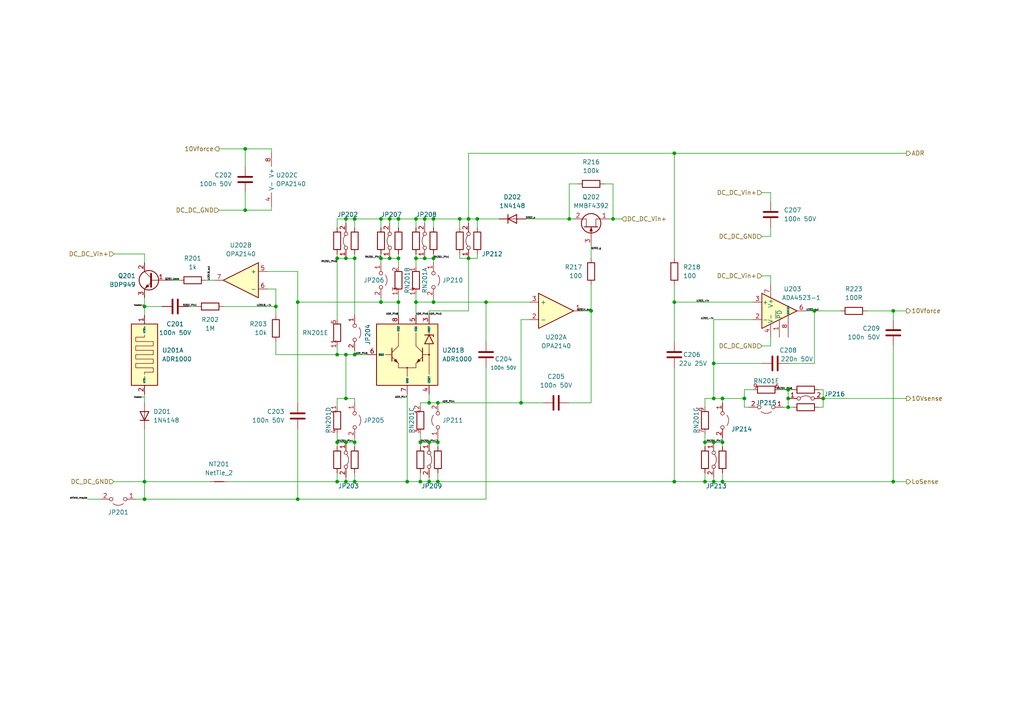
<source format=kicad_sch>
(kicad_sch (version 20211123) (generator eeschema)
  (paper "A4")
  (title_block (title "Reference and 10V buffer circuit") (date "2022-02-02") (rev "0.2") (company "RPG") (comment 1 "All resistors 0.1% MF unless otherwise noted") (comment 2 "All capacitors X7R MLCC unless otherwise noted"))
  (lib_symbols
    (symbol "ADR1000_1"
      (property "Reference" "U" (at -8.255 -10.795 0))
      (property "Value" "ADR1000_1" (at -8.89 9.525 0))
      (symbol "ADR1000_1_1_1"
        (rectangle (start -3.81 8.89) (end 3.81 -8.89) (stroke (width 0.254)) (fill (type background)))
        (polyline (pts (xy 0 5.715) (xy 0 5.08) (xy -2.54 5.08) (xy -2.54 3.81) (xy 2.54 3.81) (xy 2.54 2.54) (xy -2.54 2.54) (xy -2.54 1.27) (xy 2.54 1.27) (xy 2.54 0) (xy -2.54 0) (xy -2.54 -1.27) (xy 2.54 -1.27) (xy 2.54 -2.54) (xy -2.54 -2.54) (xy -2.54 -3.81) (xy 2.54 -3.81) (xy 2.54 -5.08) (xy 0 -5.08) (xy 0 -5.715)))
        (pin passive line (at 0 11.43 270) (length 2.54) (name "HTR+") (number "1"))
        (pin passive line (at 0 -11.43 90) (length 2.54) (name "HTR-") (number "2"))
      )
      (symbol "ADR1000_1_2_1"
        (rectangle (start -8.89 8.89) (end 8.89 -8.89) (stroke (width 0.254)) (fill (type background)))
        (circle (center 0 -3.81) (radius 0.0001) (stroke (width 0.508)) (fill (type outline)))
        (polyline (pts (xy -4.445 0) (xy -6.35 0)))
        (polyline (pts (xy -4.445 0.635) (xy -2.54 2.54)))
        (polyline (pts (xy -2.54 -3.81) (xy 2.54 -3.81)))
        (polyline (pts (xy -2.54 -2.54) (xy -2.54 -3.81)))
        (polyline (pts (xy -2.54 2.54) (xy -2.54 6.35)))
        (polyline (pts (xy 0 -3.81) (xy 0 -6.35)))
        (polyline (pts (xy 2.54 -3.81) (xy 2.54 -2.54)))
        (polyline (pts (xy 2.54 2.54) (xy 2.54 6.35)))
        (polyline (pts (xy 4.445 0.635) (xy 2.54 2.54)))
        (polyline (pts (xy 6.35 0) (xy 4.445 0)))
        (polyline (pts (xy 6.35 3.175) (xy 6.35 -5.715)))
        (polyline (pts (xy 6.35 5.715) (xy 6.35 6.35)))
        (polyline (pts (xy -4.445 -0.635) (xy -2.54 -2.54) (xy -2.54 -2.54)))
        (polyline (pts (xy -4.445 1.905) (xy -4.445 -1.905) (xy -4.445 -1.905)) (stroke (width 0.254)))
        (polyline (pts (xy 4.445 -0.635) (xy 2.54 -2.54) (xy 2.54 -2.54)))
        (polyline (pts (xy 4.445 1.905) (xy 4.445 -1.905) (xy 4.445 -1.905)) (stroke (width 0.254)))
        (polyline (pts (xy 5.08 5.715) (xy 7.62 5.715) (xy 7.62 5.207)) (stroke (width 0.254)))
        (polyline (pts (xy 5.08 3.175) (xy 7.62 3.175) (xy 6.35 5.715) (xy 5.08 3.175)) (stroke (width 0.254)))
        (polyline (pts (xy -3.81 -1.778) (xy -3.302 -1.27) (xy -2.794 -2.286) (xy -3.81 -1.778) (xy -3.81 -1.778)) (fill (type outline)))
        (polyline (pts (xy 3.81 -1.778) (xy 3.302 -1.27) (xy 2.794 -2.286) (xy 3.81 -1.778) (xy 3.81 -1.778)) (fill (type outline)))
        (circle (center 6.35 0) (radius 0.0001) (stroke (width 0.508)) (fill (type outline)))
        (pin passive line (at 6.35 11.43 270) (length 2.54) (name "VREF") (number "3"))
        (pin passive line (at 6.35 -11.43 90) (length 2.54) (name "IZSET") (number "4"))
        (pin passive line (at 2.54 11.43 270) (length 2.54) (name "CQ1") (number "5"))
        (pin passive line (at -11.43 0 0) (length 2.54) (name "BQ2") (number "6"))
        (pin passive line (at 0 -11.43 90) (length 2.54) (name "GND") (number "7"))
        (pin passive line (at -2.54 11.43 270) (length 2.54) (name "CQ2") (number "8"))
      )
    )
    (symbol "ADRmu_Library:322146" (pin_names (offset 0) hide)
      (property "Reference" "RN" (at 2.032 0 90))
      (property "Value" "322146" (at 0 0 90))
      (symbol "322146_0_1"
        (rectangle (start 1.016 2.54) (end -1.016 -2.54) (stroke (width 0.254)))
      )
      (symbol "322146_1_1"
        (pin passive line (at 0 3.81 270) (length 1.27) (name "R2.1") (number "1"))
        (pin passive line (at 0 -3.81 90) (length 1.27) (name "R1.2") (number "14"))
      )
      (symbol "322146_2_1"
        (pin passive line (at 0 -3.81 90) (length 1.27) (name "R2.2") (number "13"))
        (pin passive line (at 0 3.81 270) (length 1.27) (name "R2.1") (number "2"))
      )
      (symbol "322146_3_1"
        (pin passive line (at 0 -3.81 90) (length 1.27) (name "R3.2") (number "12"))
        (pin passive line (at 0 3.81 270) (length 1.27) (name "R3.1") (number "3"))
      )
      (symbol "322146_4_1"
        (pin passive line (at 0 -3.81 90) (length 1.27) (name "R4.2") (number "11"))
        (pin passive line (at 0 3.81 270) (length 1.27) (name "R4.1") (number "4"))
      )
      (symbol "322146_5_1"
        (pin passive line (at 0 -3.81 90) (length 1.27) (name "R5.2") (number "11"))
        (pin passive line (at 0 3.81 270) (length 1.27) (name "R5.1") (number "5"))
      )
      (symbol "322146_6_1"
        (pin passive line (at 0 3.81 270) (length 1.27) (name "R6.1") (number "6"))
        (pin passive line (at 0 -3.81 90) (length 1.27) (name "R6.2") (number "9"))
      )
      (symbol "322146_7_1"
        (pin passive line (at 0 3.81 270) (length 1.27) (name "R7.1") (number "7"))
        (pin passive line (at 0 -3.81 90) (length 1.27) (name "R7.2") (number "9"))
      )
    )
    (symbol "ADRmu_Library:ADA4523-1" (pin_names (offset 0.127))
      (property "Reference" "U" (at 3.81 3.81 0))
      (property "Value" "ADA4523-1" (at 11.43 -2.54 0))
      (symbol "ADA4523-1_1_1"
        (polyline (pts (xy -5.08 5.08) (xy 5.08 0) (xy -5.08 -5.08) (xy -5.08 5.08)) (stroke (width 0.254)) (fill (type background)))
        (pin input line (at 0 -7.62 90) (length 5.08) (name "~{PD}") (number "1"))
        (pin input line (at -7.62 -2.54 0) (length 2.54) (name "-") (number "2"))
        (pin input line (at -7.62 2.54 0) (length 2.54) (name "+") (number "3"))
        (pin power_in line (at -2.54 -7.62 90) (length 3.81) (name "V-") (number "4"))
        (pin output line (at 7.62 0 180) (length 2.54) (name "~") (number "6"))
        (pin power_in line (at -2.54 7.62 270) (length 3.81) (name "V+") (number "7"))
        (pin passive line (at 2.54 -7.62 90) (length 6.35) (name "SDCOM") (number "8"))
      )
    )
    (symbol "ADRmu_Library:ADR1000"
      (property "Reference" "U" (at -8.255 -10.795 0))
      (property "Value" "ADR1000" (at -8.89 9.525 0))
      (symbol "ADR1000_1_1"
        (rectangle (start -3.81 8.89) (end 3.81 -8.89) (stroke (width 0.254)) (fill (type background)))
        (polyline (pts (xy 0 5.715) (xy 0 5.08) (xy -2.54 5.08) (xy -2.54 3.81) (xy 2.54 3.81) (xy 2.54 2.54) (xy -2.54 2.54) (xy -2.54 1.27) (xy 2.54 1.27) (xy 2.54 0) (xy -2.54 0) (xy -2.54 -1.27) (xy 2.54 -1.27) (xy 2.54 -2.54) (xy -2.54 -2.54) (xy -2.54 -3.81) (xy 2.54 -3.81) (xy 2.54 -5.08) (xy 0 -5.08) (xy 0 -5.715)))
        (pin passive line (at 0 11.43 270) (length 2.54) (name "HTR+") (number "1"))
        (pin passive line (at 0 -11.43 90) (length 2.54) (name "HTR-") (number "2"))
      )
      (symbol "ADR1000_2_1"
        (rectangle (start -8.89 8.89) (end 8.89 -8.89) (stroke (width 0.254)) (fill (type background)))
        (circle (center 0 -3.81) (radius 0.0001) (stroke (width 0.508)) (fill (type outline)))
        (polyline (pts (xy -4.445 0) (xy -6.35 0)))
        (polyline (pts (xy -4.445 0.635) (xy -2.54 2.54)))
        (polyline (pts (xy -2.54 -3.81) (xy 2.54 -3.81)))
        (polyline (pts (xy -2.54 -2.54) (xy -2.54 -3.81)))
        (polyline (pts (xy -2.54 2.54) (xy -2.54 6.35)))
        (polyline (pts (xy 0 -3.81) (xy 0 -6.35)))
        (polyline (pts (xy 2.54 -3.81) (xy 2.54 -2.54)))
        (polyline (pts (xy 2.54 2.54) (xy 2.54 6.35)))
        (polyline (pts (xy 4.445 0.635) (xy 2.54 2.54)))
        (polyline (pts (xy 6.35 0) (xy 4.445 0)))
        (polyline (pts (xy 6.35 3.175) (xy 6.35 -5.715)))
        (polyline (pts (xy 6.35 5.715) (xy 6.35 6.35)))
        (polyline (pts (xy -4.445 -0.635) (xy -2.54 -2.54) (xy -2.54 -2.54)))
        (polyline (pts (xy -4.445 1.905) (xy -4.445 -1.905) (xy -4.445 -1.905)) (stroke (width 0.254)))
        (polyline (pts (xy 4.445 -0.635) (xy 2.54 -2.54) (xy 2.54 -2.54)))
        (polyline (pts (xy 4.445 1.905) (xy 4.445 -1.905) (xy 4.445 -1.905)) (stroke (width 0.254)))
        (polyline (pts (xy 5.08 5.715) (xy 7.62 5.715) (xy 7.62 5.207)) (stroke (width 0.254)))
        (polyline (pts (xy 5.08 3.175) (xy 7.62 3.175) (xy 6.35 5.715) (xy 5.08 3.175)) (stroke (width 0.254)))
        (polyline (pts (xy -3.81 -1.778) (xy -3.302 -1.27) (xy -2.794 -2.286) (xy -3.81 -1.778) (xy -3.81 -1.778)) (fill (type outline)))
        (polyline (pts (xy 3.81 -1.778) (xy 3.302 -1.27) (xy 2.794 -2.286) (xy 3.81 -1.778) (xy 3.81 -1.778)) (fill (type outline)))
        (circle (center 6.35 0) (radius 0.0001) (stroke (width 0.508)) (fill (type outline)))
        (pin passive line (at 6.35 11.43 270) (length 2.54) (name "VREF") (number "3"))
        (pin passive line (at 6.35 -11.43 90) (length 2.54) (name "IZSET") (number "4"))
        (pin passive line (at 2.54 11.43 270) (length 2.54) (name "CQ1") (number "5"))
        (pin passive line (at -11.43 0 0) (length 2.54) (name "BQ2") (number "6"))
        (pin passive line (at 0 -11.43 90) (length 2.54) (name "GND") (number "7"))
        (pin passive line (at -2.54 11.43 270) (length 2.54) (name "CQ2") (number "8"))
      )
    )
    (symbol "Device:C" (pin_numbers hide) (pin_names (offset 0.254))
      (property "Reference" "C" (at 0.635 2.54 0))
      (property "Value" "C" (at 0.635 -2.54 0))
      (symbol "C_0_1"
        (polyline (pts (xy -2.032 -0.762) (xy 2.032 -0.762)) (stroke (width 0.508)))
        (polyline (pts (xy -2.032 0.762) (xy 2.032 0.762)) (stroke (width 0.508)))
      )
      (symbol "C_1_1"
        (pin passive line (at 0 3.81 270) (length 2.794) (name "~") (number "1"))
        (pin passive line (at 0 -3.81 90) (length 2.794) (name "~") (number "2"))
      )
    )
    (symbol "Device:D" (pin_numbers hide) (pin_names (offset 1.016) hide)
      (property "Reference" "D" (at 0 2.54 0))
      (property "Value" "D" (at 0 -2.54 0))
      (symbol "D_0_1"
        (polyline (pts (xy -1.27 1.27) (xy -1.27 -1.27)) (stroke (width 0.254)))
        (polyline (pts (xy 1.27 0) (xy -1.27 0)))
        (polyline (pts (xy 1.27 1.27) (xy 1.27 -1.27) (xy -1.27 0) (xy 1.27 1.27)) (stroke (width 0.254)))
      )
      (symbol "D_1_1"
        (pin passive line (at -3.81 0 0) (length 2.54) (name "K") (number "1"))
        (pin passive line (at 3.81 0 180) (length 2.54) (name "A") (number "2"))
      )
    )
    (symbol "Device:NetTie_2" (pin_numbers hide) (pin_names (offset 0) hide)
      (property "Reference" "NT" (at 0 1.27 0))
      (property "Value" "NetTie_2" (at 0 -1.27 0))
      (symbol "NetTie_2_0_1"
        (polyline (pts (xy -1.27 0) (xy 1.27 0)) (stroke (width 0.254)))
      )
      (symbol "NetTie_2_1_1"
        (pin passive line (at -2.54 0 0) (length 2.54) (name "1") (number "1"))
        (pin passive line (at 2.54 0 180) (length 2.54) (name "2") (number "2"))
      )
    )
    (symbol "Device:Opamp_Dual"
      (property "Reference" "U" (at 0 5.08 0))
      (property "Value" "Opamp_Dual" (at 0 -5.08 0))
      (symbol "Opamp_Dual_1_1"
        (polyline (pts (xy -5.08 5.08) (xy 5.08 0) (xy -5.08 -5.08) (xy -5.08 5.08)) (stroke (width 0.254)) (fill (type background)))
        (pin output line (at 7.62 0 180) (length 2.54) (name "~") (number "1"))
        (pin input line (at -7.62 -2.54 0) (length 2.54) (name "-") (number "2"))
        (pin input line (at -7.62 2.54 0) (length 2.54) (name "+") (number "3"))
      )
      (symbol "Opamp_Dual_2_1"
        (polyline (pts (xy -5.08 5.08) (xy 5.08 0) (xy -5.08 -5.08) (xy -5.08 5.08)) (stroke (width 0.254)) (fill (type background)))
        (pin input line (at -7.62 2.54 0) (length 2.54) (name "+") (number "5"))
        (pin input line (at -7.62 -2.54 0) (length 2.54) (name "-") (number "6"))
        (pin output line (at 7.62 0 180) (length 2.54) (name "~") (number "7"))
      )
      (symbol "Opamp_Dual_3_1"
        (pin power_in line (at -2.54 -7.62 90) (length 3.81) (name "V-") (number "4"))
        (pin power_in line (at -2.54 7.62 270) (length 3.81) (name "V+") (number "8"))
      )
    )
    (symbol "Device:Q_NPN_BCE" (pin_names (offset 0) hide)
      (property "Reference" "Q" (at 5.08 1.27 0))
      (property "Value" "Q_NPN_BCE" (at 5.08 -1.27 0))
      (symbol "Q_NPN_BCE_0_1"
        (polyline (pts (xy 0.635 0.635) (xy 2.54 2.54)))
        (polyline (pts (xy 0.635 -0.635) (xy 2.54 -2.54) (xy 2.54 -2.54)))
        (polyline (pts (xy 0.635 1.905) (xy 0.635 -1.905) (xy 0.635 -1.905)) (stroke (width 0.508)))
        (polyline (pts (xy 1.27 -1.778) (xy 1.778 -1.27) (xy 2.286 -2.286) (xy 1.27 -1.778) (xy 1.27 -1.778)) (fill (type outline)))
        (circle (center 1.27 0) (radius 2.8194) (stroke (width 0.254)))
      )
      (symbol "Q_NPN_BCE_1_1"
        (pin input line (at -5.08 0 0) (length 5.715) (name "B") (number "1"))
        (pin passive line (at 2.54 5.08 270) (length 2.54) (name "C") (number "2"))
        (pin passive line (at 2.54 -5.08 90) (length 2.54) (name "E") (number "3"))
      )
    )
    (symbol "Device:R" (pin_numbers hide) (pin_names (offset 0))
      (property "Reference" "R" (at 2.032 0 90))
      (property "Value" "R" (at 0 0 90))
      (symbol "R_0_1"
        (rectangle (start -1.016 -2.54) (end 1.016 2.54) (stroke (width 0.254)))
      )
      (symbol "R_1_1"
        (pin passive line (at 0 3.81 270) (length 1.27) (name "~") (number "1"))
        (pin passive line (at 0 -3.81 90) (length 1.27) (name "~") (number "2"))
      )
    )
    (symbol "Jumper:Jumper_2_Bridged" (pin_names (offset 0) hide)
      (property "Reference" "JP" (at 0 1.905 0))
      (property "Value" "Jumper_2_Bridged" (at 0 -2.54 0))
      (symbol "Jumper_2_Bridged_0_0"
        (circle (center -2.032 0) (radius 0.508))
        (circle (center 2.032 0) (radius 0.508))
      )
      (symbol "Jumper_2_Bridged_0_1"
        (arc (start 1.524 0.254) (mid 0 0.762) (end -1.524 0.254))
      )
      (symbol "Jumper_2_Bridged_1_1"
        (pin passive line (at -5.08 0 0) (length 2.54) (name "A") (number "1"))
        (pin passive line (at 5.08 0 180) (length 2.54) (name "B") (number "2"))
      )
    )
    (symbol "Jumper:Jumper_2_Open" (pin_names (offset 0) hide)
      (property "Reference" "JP" (at 0 2.794 0))
      (property "Value" "Jumper_2_Open" (at 0 -2.286 0))
      (symbol "Jumper_2_Open_0_0"
        (circle (center -2.032 0) (radius 0.508))
        (circle (center 2.032 0) (radius 0.508))
      )
      (symbol "Jumper_2_Open_0_1"
        (arc (start 1.524 1.27) (mid 0 1.778) (end -1.524 1.27))
      )
      (symbol "Jumper_2_Open_1_1"
        (pin passive line (at -5.08 0 0) (length 2.54) (name "A") (number "1"))
        (pin passive line (at 5.08 0 180) (length 2.54) (name "B") (number "2"))
      )
    )
    (symbol "Transistor_FET:MMBF4392" (pin_names hide)
      (property "Reference" "Q" (at 5.08 1.905 0))
      (property "Value" "MMBF4392" (at 5.08 0 0))
      (symbol "MMBF4392_0_1"
        (polyline (pts (xy 0.254 0) (xy -2.54 0)))
        (polyline (pts (xy 0.254 1.905) (xy 0.254 -1.905)) (stroke (width 0.254)))
        (polyline (pts (xy 2.54 -2.54) (xy 2.54 -1.397) (xy 0.254 -1.397)))
        (polyline (pts (xy 2.54 2.54) (xy 2.54 1.397) (xy 0.254 1.397)))
        (polyline (pts (xy 0 0) (xy -1.016 0.381) (xy -1.016 -0.381) (xy 0 0)) (fill (type outline)))
        (circle (center 1.27 0) (radius 2.8194) (stroke (width 0.254)))
      )
      (symbol "MMBF4392_1_1"
        (pin passive line (at 2.54 5.08 270) (length 2.54) (name "D") (number "1"))
        (pin passive line (at 2.54 -5.08 90) (length 2.54) (name "S") (number "2"))
        (pin input line (at -5.08 0 0) (length 2.54) (name "G") (number "3"))
      )
    )
  )
  (junction (at 207.01 105.41))
  (junction (at 195.58 87.63))
  (junction (at 100.33 63.5))
  (junction (at 115.57 74.93))
  (junction (at 100.33 74.93))
  (junction (at 113.03 74.93))
  (junction (at 97.79 102.87))
  (junction (at 209.55 139.7))
  (junction (at 124.46 128.27))
  (junction (at 100.33 102.87))
  (junction (at 151.13 116.84))
  (junction (at 115.57 87.63))
  (junction (at 140.97 87.63))
  (junction (at 215.9 115.57))
  (junction (at 113.03 63.5))
  (junction (at 195.58 44.45))
  (junction (at 118.11 139.7))
  (junction (at 102.87 128.27))
  (junction (at 102.87 74.93))
  (junction (at 110.49 87.63))
  (junction (at 228.6 115.57))
  (junction (at 133.35 63.5))
  (junction (at 41.91 144.78))
  (junction (at 120.65 63.5))
  (junction (at 135.89 74.93))
  (junction (at 115.57 63.5))
  (junction (at 171.45 90.17))
  (junction (at 123.19 63.5))
  (junction (at 177.8 63.5))
  (junction (at 135.89 63.5))
  (junction (at 238.76 115.57))
  (junction (at 207.01 128.27))
  (junction (at 125.73 74.93))
  (junction (at 100.33 115.57))
  (junction (at 204.47 128.27))
  (junction (at 125.73 63.5))
  (junction (at 165.1 63.5))
  (junction (at 125.73 87.63))
  (junction (at 100.33 139.7))
  (junction (at 228.6 118.11))
  (junction (at 110.49 74.93))
  (junction (at 71.12 60.96))
  (junction (at 236.22 90.17))
  (junction (at 86.36 144.78))
  (junction (at 127 116.84))
  (junction (at 124.46 116.84))
  (junction (at 204.47 139.7))
  (junction (at 138.43 63.5))
  (junction (at 120.65 74.93))
  (junction (at 41.91 139.7))
  (junction (at 71.12 43.18))
  (junction (at 97.79 128.27))
  (junction (at 102.87 139.7))
  (junction (at 209.55 115.57))
  (junction (at 102.87 63.5))
  (junction (at 121.92 139.7))
  (junction (at 102.87 102.87))
  (junction (at 123.19 74.93))
  (junction (at 97.79 139.7))
  (junction (at 259.08 90.17))
  (junction (at 207.01 139.7))
  (junction (at 124.46 139.7))
  (junction (at 228.6 113.03))
  (junction (at 121.92 128.27))
  (junction (at 195.58 139.7))
  (junction (at 41.91 88.9))
  (junction (at 120.65 87.63))
  (junction (at 207.01 115.57))
  (junction (at 127 128.27))
  (junction (at 97.79 74.93))
  (junction (at 110.49 63.5))
  (junction (at 80.01 88.9))
  (junction (at 127 139.7))
  (junction (at 259.08 139.7))
  (junction (at 86.36 87.63))
  (junction (at 209.55 128.27))
  (junction (at 100.33 128.27))
  (wire (pts (xy 223.52 97.79) (xy 223.52 100.33)))
  (wire (pts (xy 102.87 101.6) (xy 102.87 102.87)))
  (wire (pts (xy 177.8 53.34) (xy 177.8 63.5)))
  (wire (pts (xy 127 128.27) (xy 124.46 128.27)))
  (wire (pts (xy 165.1 116.84) (xy 171.45 116.84)))
  (wire (pts (xy 228.6 118.11) (xy 229.87 118.11)))
  (wire (pts (xy 110.49 74.93) (xy 110.49 76.2)))
  (wire (pts (xy 100.33 102.87) (xy 102.87 102.87)))
  (wire (pts (xy 140.97 87.63) (xy 140.97 99.06)))
  (wire (pts (xy 133.35 63.5) (xy 133.35 66.04)))
  (wire (pts (xy 238.76 115.57) (xy 238.76 118.11)))
  (wire (pts (xy 209.55 127) (xy 209.55 128.27)))
  (wire (pts (xy 125.73 74.93) (xy 125.73 73.66)))
  (wire (pts (xy 140.97 106.68) (xy 140.97 144.78)))
  (wire (pts (xy 41.91 124.46) (xy 41.91 139.7)))
  (wire (pts (xy 238.76 113.03) (xy 238.76 115.57)))
  (wire (pts (xy 151.13 92.71) (xy 151.13 116.84)))
  (wire (pts (xy 80.01 99.06) (xy 80.01 102.87)))
  (wire (pts (xy 124.46 114.3) (xy 124.46 116.84)))
  (wire (pts (xy 102.87 74.93) (xy 102.87 73.66)))
  (wire (pts (xy 110.49 63.5) (xy 113.03 63.5)))
  (wire (pts (xy 100.33 138.43) (xy 100.33 139.7)))
  (wire (pts (xy 54.61 88.9) (xy 57.15 88.9)))
  (wire (pts (xy 127 127) (xy 127 128.27)))
  (wire (pts (xy 100.33 102.87) (xy 100.33 115.57)))
  (wire (pts (xy 100.33 63.5) (xy 100.33 64.77)))
  (wire (pts (xy 133.35 63.5) (xy 135.89 63.5)))
  (wire (pts (xy 123.19 63.5) (xy 125.73 63.5)))
  (wire (pts (xy 102.87 74.93) (xy 102.87 91.44)))
  (wire (pts (xy 49.53 81.28) (xy 52.07 81.28)))
  (wire (pts (xy 124.46 116.84) (xy 127 116.84)))
  (wire (pts (xy 204.47 128.27) (xy 204.47 129.54)))
  (wire (pts (xy 152.4 63.5) (xy 165.1 63.5)))
  (wire (pts (xy 41.91 88.9) (xy 46.99 88.9)))
  (wire (pts (xy 125.73 74.93) (xy 125.73 76.2)))
  (wire (pts (xy 207.01 139.7) (xy 209.55 139.7)))
  (wire (pts (xy 115.57 85.09) (xy 115.57 87.63)))
  (wire (pts (xy 207.01 105.41) (xy 220.98 105.41)))
  (wire (pts (xy 207.01 115.57) (xy 204.47 115.57)))
  (wire (pts (xy 177.8 63.5) (xy 180.34 63.5)))
  (wire (pts (xy 209.55 128.27) (xy 207.01 128.27)))
  (wire (pts (xy 39.37 144.78) (xy 41.91 144.78)))
  (wire (pts (xy 97.79 63.5) (xy 100.33 63.5)))
  (wire (pts (xy 236.22 90.17) (xy 243.84 90.17)))
  (wire (pts (xy 227.33 118.11) (xy 228.6 118.11)))
  (wire (pts (xy 209.55 139.7) (xy 259.08 139.7)))
  (wire (pts (xy 97.79 118.11) (xy 97.79 115.57)))
  (wire (pts (xy 115.57 87.63) (xy 115.57 91.44)))
  (wire (pts (xy 135.89 63.5) (xy 135.89 64.77)))
  (wire (pts (xy 120.65 63.5) (xy 123.19 63.5)))
  (wire (pts (xy 236.22 105.41) (xy 236.22 90.17)))
  (wire (pts (xy 80.01 88.9) (xy 80.01 91.44)))
  (wire (pts (xy 86.36 87.63) (xy 110.49 87.63)))
  (wire (pts (xy 228.6 113.03) (xy 228.6 115.57)))
  (wire (pts (xy 259.08 139.7) (xy 262.89 139.7)))
  (wire (pts (xy 100.33 128.27) (xy 102.87 128.27)))
  (wire (pts (xy 251.46 90.17) (xy 259.08 90.17)))
  (wire (pts (xy 238.76 115.57) (xy 262.89 115.57)))
  (wire (pts (xy 171.45 82.55) (xy 171.45 90.17)))
  (wire (pts (xy 165.1 63.5) (xy 165.1 53.34)))
  (wire (pts (xy 215.9 115.57) (xy 215.9 113.03)))
  (wire (pts (xy 80.01 83.82) (xy 77.47 83.82)))
  (wire (pts (xy 218.44 92.71) (xy 207.01 92.71)))
  (wire (pts (xy 228.6 105.41) (xy 236.22 105.41)))
  (wire (pts (xy 135.89 74.93) (xy 138.43 74.93)))
  (wire (pts (xy 120.65 85.09) (xy 120.65 87.63)))
  (wire (pts (xy 33.02 139.7) (xy 41.91 139.7)))
  (wire (pts (xy 204.47 139.7) (xy 207.01 139.7)))
  (wire (pts (xy 102.87 127) (xy 102.87 128.27)))
  (wire (pts (xy 195.58 44.45) (xy 195.58 74.93)))
  (wire (pts (xy 102.87 137.16) (xy 102.87 139.7)))
  (wire (pts (xy 223.52 66.04) (xy 223.52 68.58)))
  (wire (pts (xy 209.55 115.57) (xy 209.55 116.84)))
  (wire (pts (xy 153.67 92.71) (xy 151.13 92.71)))
  (wire (pts (xy 66.04 139.7) (xy 97.79 139.7)))
  (wire (pts (xy 102.87 115.57) (xy 102.87 116.84)))
  (wire (pts (xy 195.58 139.7) (xy 204.47 139.7)))
  (wire (pts (xy 120.65 87.63) (xy 125.73 87.63)))
  (wire (pts (xy 226.06 113.03) (xy 228.6 113.03)))
  (wire (pts (xy 97.79 74.93) (xy 100.33 74.93)))
  (wire (pts (xy 86.36 87.63) (xy 86.36 116.84)))
  (wire (pts (xy 41.91 139.7) (xy 60.96 139.7)))
  (wire (pts (xy 195.58 106.68) (xy 195.58 139.7)))
  (wire (pts (xy 204.47 125.73) (xy 204.47 128.27)))
  (wire (pts (xy 121.92 137.16) (xy 121.92 139.7)))
  (wire (pts (xy 127 139.7) (xy 195.58 139.7)))
  (wire (pts (xy 102.87 128.27) (xy 102.87 129.54)))
  (wire (pts (xy 165.1 63.5) (xy 166.37 63.5)))
  (wire (pts (xy 97.79 128.27) (xy 100.33 128.27)))
  (wire (pts (xy 165.1 53.34) (xy 167.64 53.34)))
  (wire (pts (xy 123.19 63.5) (xy 123.19 64.77)))
  (wire (pts (xy 220.98 55.88) (xy 223.52 55.88)))
  (wire (pts (xy 195.58 99.06) (xy 195.58 87.63)))
  (wire (pts (xy 233.68 90.17) (xy 236.22 90.17)))
  (wire (pts (xy 120.65 73.66) (xy 120.65 74.93)))
  (wire (pts (xy 138.43 63.5) (xy 138.43 66.04)))
  (wire (pts (xy 125.73 63.5) (xy 133.35 63.5)))
  (wire (pts (xy 78.74 43.18) (xy 78.74 44.45)))
  (wire (pts (xy 97.79 102.87) (xy 100.33 102.87)))
  (wire (pts (xy 171.45 116.84) (xy 171.45 90.17)))
  (wire (pts (xy 71.12 43.18) (xy 78.74 43.18)))
  (wire (pts (xy 97.79 100.33) (xy 97.79 102.87)))
  (wire (pts (xy 120.65 63.5) (xy 120.65 66.04)))
  (wire (pts (xy 120.65 87.63) (xy 120.65 91.44)))
  (wire (pts (xy 41.91 73.66) (xy 41.91 76.2)))
  (wire (pts (xy 121.92 139.7) (xy 124.46 139.7)))
  (wire (pts (xy 97.79 139.7) (xy 100.33 139.7)))
  (wire (pts (xy 229.87 113.03) (xy 228.6 113.03)))
  (wire (pts (xy 97.79 73.66) (xy 97.79 74.93)))
  (wire (pts (xy 138.43 63.5) (xy 144.78 63.5)))
  (wire (pts (xy 100.33 63.5) (xy 102.87 63.5)))
  (wire (pts (xy 97.79 129.54) (xy 97.79 128.27)))
  (wire (pts (xy 41.91 88.9) (xy 41.91 91.44)))
  (wire (pts (xy 223.52 55.88) (xy 223.52 58.42)))
  (wire (pts (xy 124.46 128.27) (xy 121.92 128.27)))
  (wire (pts (xy 124.46 139.7) (xy 127 139.7)))
  (wire (pts (xy 209.55 129.54) (xy 209.55 128.27)))
  (wire (pts (xy 121.92 116.84) (xy 124.46 116.84)))
  (wire (pts (xy 115.57 74.93) (xy 115.57 77.47)))
  (wire (pts (xy 215.9 113.03) (xy 218.44 113.03)))
  (wire (pts (xy 41.91 86.36) (xy 41.91 88.9)))
  (wire (pts (xy 171.45 71.12) (xy 171.45 74.93)))
  (wire (pts (xy 259.08 90.17) (xy 262.89 90.17)))
  (wire (pts (xy 207.01 128.27) (xy 204.47 128.27)))
  (wire (pts (xy 195.58 44.45) (xy 262.89 44.45)))
  (wire (pts (xy 259.08 100.33) (xy 259.08 139.7)))
  (wire (pts (xy 175.26 53.34) (xy 177.8 53.34)))
  (wire (pts (xy 220.98 68.58) (xy 223.52 68.58)))
  (wire (pts (xy 59.69 81.28) (xy 62.23 81.28)))
  (wire (pts (xy 86.36 124.46) (xy 86.36 144.78)))
  (wire (pts (xy 71.12 60.96) (xy 78.74 60.96)))
  (wire (pts (xy 115.57 63.5) (xy 120.65 63.5)))
  (wire (pts (xy 110.49 73.66) (xy 110.49 74.93)))
  (wire (pts (xy 115.57 63.5) (xy 115.57 66.04)))
  (wire (pts (xy 118.11 139.7) (xy 121.92 139.7)))
  (wire (pts (xy 151.13 116.84) (xy 157.48 116.84)))
  (wire (pts (xy 121.92 116.84) (xy 121.92 118.11)))
  (wire (pts (xy 102.87 63.5) (xy 110.49 63.5)))
  (wire (pts (xy 80.01 102.87) (xy 97.79 102.87)))
  (wire (pts (xy 259.08 90.17) (xy 259.08 92.71)))
  (wire (pts (xy 133.35 73.66) (xy 133.35 74.93)))
  (wire (pts (xy 86.36 144.78) (xy 140.97 144.78)))
  (wire (pts (xy 33.02 73.66) (xy 41.91 73.66)))
  (wire (pts (xy 207.01 92.71) (xy 207.01 105.41)))
  (wire (pts (xy 110.49 63.5) (xy 110.49 66.04)))
  (wire (pts (xy 78.74 59.69) (xy 78.74 60.96)))
  (wire (pts (xy 207.01 105.41) (xy 207.01 115.57)))
  (wire (pts (xy 97.79 125.73) (xy 97.79 128.27)))
  (wire (pts (xy 100.33 115.57) (xy 102.87 115.57)))
  (wire (pts (xy 177.8 63.5) (xy 176.53 63.5)))
  (wire (pts (xy 195.58 82.55) (xy 195.58 87.63)))
  (wire (pts (xy 228.6 115.57) (xy 228.6 118.11)))
  (wire (pts (xy 97.79 74.93) (xy 97.79 92.71)))
  (wire (pts (xy 118.11 114.3) (xy 118.11 139.7)))
  (wire (pts (xy 63.5 60.96) (xy 71.12 60.96)))
  (wire (pts (xy 97.79 63.5) (xy 97.79 66.04)))
  (wire (pts (xy 138.43 74.93) (xy 138.43 73.66)))
  (wire (pts (xy 204.47 137.16) (xy 204.47 139.7)))
  (wire (pts (xy 135.89 44.45) (xy 135.89 63.5)))
  (wire (pts (xy 25.4 144.78) (xy 29.21 144.78)))
  (wire (pts (xy 171.45 90.17) (xy 168.91 90.17)))
  (wire (pts (xy 223.52 80.01) (xy 223.52 82.55)))
  (wire (pts (xy 64.77 88.9) (xy 80.01 88.9)))
  (wire (pts (xy 86.36 78.74) (xy 86.36 87.63)))
  (wire (pts (xy 207.01 115.57) (xy 209.55 115.57)))
  (wire (pts (xy 100.33 139.7) (xy 102.87 139.7)))
  (wire (pts (xy 121.92 128.27) (xy 121.92 129.54)))
  (wire (pts (xy 41.91 144.78) (xy 86.36 144.78)))
  (wire (pts (xy 120.65 74.93) (xy 120.65 77.47)))
  (wire (pts (xy 110.49 87.63) (xy 115.57 87.63)))
  (wire (pts (xy 195.58 87.63) (xy 218.44 87.63)))
  (wire (pts (xy 41.91 139.7) (xy 41.91 144.78)))
  (wire (pts (xy 71.12 43.18) (xy 71.12 48.26)))
  (wire (pts (xy 100.33 74.93) (xy 102.87 74.93)))
  (wire (pts (xy 127 116.84) (xy 151.13 116.84)))
  (wire (pts (xy 97.79 137.16) (xy 97.79 139.7)))
  (wire (pts (xy 207.01 138.43) (xy 207.01 139.7)))
  (wire (pts (xy 102.87 139.7) (xy 118.11 139.7)))
  (wire (pts (xy 124.46 90.17) (xy 135.89 90.17)))
  (wire (pts (xy 215.9 118.11) (xy 215.9 115.57)))
  (wire (pts (xy 115.57 74.93) (xy 115.57 73.66)))
  (wire (pts (xy 238.76 118.11) (xy 237.49 118.11)))
  (wire (pts (xy 113.03 63.5) (xy 115.57 63.5)))
  (wire (pts (xy 220.98 80.01) (xy 223.52 80.01)))
  (wire (pts (xy 121.92 125.73) (xy 121.92 128.27)))
  (wire (pts (xy 110.49 86.36) (xy 110.49 87.63)))
  (wire (pts (xy 120.65 74.93) (xy 123.19 74.93)))
  (wire (pts (xy 80.01 88.9) (xy 80.01 83.82)))
  (wire (pts (xy 113.03 63.5) (xy 113.03 64.77)))
  (wire (pts (xy 113.03 74.93) (xy 115.57 74.93)))
  (wire (pts (xy 41.91 114.3) (xy 41.91 116.84)))
  (wire (pts (xy 123.19 74.93) (xy 125.73 74.93)))
  (wire (pts (xy 204.47 115.57) (xy 204.47 118.11)))
  (wire (pts (xy 209.55 137.16) (xy 209.55 139.7)))
  (wire (pts (xy 63.5 43.18) (xy 71.12 43.18)))
  (wire (pts (xy 223.52 100.33) (xy 220.98 100.33)))
  (wire (pts (xy 237.49 113.03) (xy 238.76 113.03)))
  (wire (pts (xy 125.73 63.5) (xy 125.73 66.04)))
  (wire (pts (xy 209.55 115.57) (xy 215.9 115.57)))
  (wire (pts (xy 102.87 102.87) (xy 106.68 102.87)))
  (wire (pts (xy 217.17 118.11) (xy 215.9 118.11)))
  (wire (pts (xy 124.46 139.7) (xy 124.46 138.43)))
  (wire (pts (xy 110.49 74.93) (xy 113.03 74.93)))
  (wire (pts (xy 195.58 44.45) (xy 135.89 44.45)))
  (wire (pts (xy 133.35 74.93) (xy 135.89 74.93)))
  (wire (pts (xy 127 137.16) (xy 127 139.7)))
  (wire (pts (xy 125.73 87.63) (xy 140.97 87.63)))
  (wire (pts (xy 102.87 63.5) (xy 102.87 66.04)))
  (wire (pts (xy 127 129.54) (xy 127 128.27)))
  (wire (pts (xy 135.89 63.5) (xy 138.43 63.5)))
  (wire (pts (xy 124.46 91.44) (xy 124.46 90.17)))
  (wire (pts (xy 71.12 55.88) (xy 71.12 60.96)))
  (wire (pts (xy 135.89 74.93) (xy 135.89 90.17)))
  (wire (pts (xy 77.47 78.74) (xy 86.36 78.74)))
  (wire (pts (xy 97.79 115.57) (xy 100.33 115.57)))
  (wire (pts (xy 140.97 87.63) (xy 153.67 87.63)))
  (wire (pts (xy 125.73 86.36) (xy 125.73 87.63)))
  (label "U203_-in" (at 207.01 92.71 180) (effects (font (size 0.5 0.5))))
  (label "U201B_-in" (at 78.74 88.9 180) (effects (font (size 0.5 0.5))))
  (label "R202_Pin1" (at 57.15 88.9 180) (effects (font (size 0.5 0.5))))
  (label "heater-" (at 41.91 115.57 180) (effects (font (size 0.5 0.5))))
  (label "RN201_Pin5" (at 97.79 76.2 180) (effects (font (size 0.5 0.5))))
  (label "Q201_base" (at 52.07 81.28 180) (effects (font (size 0.5 0.5))))
  (label "RN201_Pin7" (at 209.55 128.27 180) (effects (font (size 0.5 0.5))))
  (label "RN201_Pin1" (at 125.73 74.93 0) (effects (font (size 0.5 0.5))))
  (label "U203_+in" (at 205.74 87.63 180) (effects (font (size 0.5 0.5))))
  (label "ADR_Pin6" (at 106.68 102.87 180) (effects (font (size 0.5 0.5))))
  (label "U203_out" (at 237.49 90.17 180) (effects (font (size 0.5 0.5))))
  (label "ADR_Pin7" (at 118.11 115.57 180) (effects (font (size 0.5 0.5))))
  (label "shield_maybe" (at 25.4 144.78 180) (effects (font (size 0.5 0.5))))
  (label "ADR_Pin3" (at 124.46 91.44 0) (effects (font (size 0.5 0.5))))
  (label "U201A_out" (at 171.45 90.17 180) (effects (font (size 0.5 0.5))))
  (label "Q202_g" (at 171.45 72.39 0) (effects (font (size 0.5 0.5))))
  (label "ADR_Pin8" (at 115.57 91.44 180) (effects (font (size 0.5 0.5))))
  (label "RN201_Pin6" (at 229.87 113.03 180) (effects (font (size 0.5 0.5))))
  (label "ADR_Pin5" (at 120.65 91.44 0) (effects (font (size 0.5 0.5))))
  (label "U201B_out" (at 60.96 81.28 90) (effects (font (size 0.5 0.5))))
  (label "D202_a" (at 152.4 63.5 0) (effects (font (size 0.5 0.5))))
  (label "RN201_Pin4" (at 97.79 128.27 0) (effects (font (size 0.5 0.5))))
  (label "ADR_Pin4" (at 128.27 116.84 0) (effects (font (size 0.5 0.5))))
  (label "heater+" (at 41.91 88.9 180) (effects (font (size 0.5 0.5))))
  (label "RN201_Pin2" (at 110.49 74.93 180) (effects (font (size 0.5 0.5))))
  (label "RN201_Pin12" (at 121.92 128.27 0) (effects (font (size 0.5 0.5))))
  (hierarchical_label "DC_DC_GND" (shape input) (at 63.5 60.96 180))
  (hierarchical_label "DC_DC_Vin+" (shape input) (at 33.02 73.66 180))
  (hierarchical_label "DC_DC_Vin+" (shape input) (at 220.98 55.88 180))
  (hierarchical_label "LoSense" (shape output) (at 262.89 139.7 0))
  (hierarchical_label "DC_DC_GND" (shape input) (at 220.98 100.33 180))
  (hierarchical_label "ADR" (shape output) (at 262.89 44.45 0))
  (hierarchical_label "DC_DC_Vin+" (shape input) (at 180.34 63.5 0))
  (hierarchical_label "DC_DC_GND" (shape input) (at 220.98 68.58 180))
  (hierarchical_label "DC_DC_GND" (shape input) (at 33.02 139.7 180))
  (hierarchical_label "10Vforce" (shape output) (at 63.5 43.18 180))
  (hierarchical_label "10Vsense" (shape output) (at 262.89 115.57 0))
  (hierarchical_label "DC_DC_Vin+" (shape input) (at 220.98 80.01 180))
  (hierarchical_label "10Vforce" (shape output) (at 262.89 90.17 0))
  (symbol (lib_id "Device:D") (at 148.59 63.5 0) (unit 1)
    (property "Reference" "D202" (at 148.59 57.15 0))
    (property "Value" "1N4148" (at 148.59 59.69 0))
    (property "Footprint" "Diode_SMD:D_SOD-123" (effects hide))
  )
  (symbol (lib_id "Device:Opamp_Dual") (at 161.29 90.17 0) (unit 1)
    (property "Reference" "U202" (at 161.29 97.79 0))
    (property "Value" "OPA2140" (at 161.29 100.33 0))
    (property "Footprint" "Package_SO:SOIC-8_3.9x4.9mm_P1.27mm" (effects hide))
  )
  (symbol (lib_id "Device:R") (at 127 133.35 0) (unit 1) (in_bom no)
    (property "Reference" "R213" (effects hide))
    (property "Value" "0" (effects hide))
    (property "Footprint" "Resistor_SMD:R_0805_2012Metric" (effects hide))
  )
  (symbol (lib_id "Device:R") (at 102.87 133.35 0) (unit 1) (in_bom no)
    (property "Reference" "R207" (effects hide))
    (property "Value" "0" (effects hide))
    (property "Footprint" "Resistor_SMD:R_0805_2012Metric" (effects hide))
  )
  (symbol (lib_id "Device:R") (at 233.68 118.11 90) (unit 1) (in_bom no)
    (property "Reference" "R222" (effects hide))
    (property "Value" "0" (effects hide))
    (property "Footprint" "Crystal:Crystal_HC52-U_Vertical" (effects hide))
  )
  (symbol (lib_id "ADRmu_Library:ADR1000") (at 41.91 102.87 0) (unit 1)
    (property "Reference" "U201" (at 46.99 101.5999 0) (effects (justify left)))
    (property "Value" "ADR1000" (at 46.99 104.1399 0) (effects (justify left)))
    (property "Footprint" "Package_TO_SOT_THT:TO-5-8" (effects hide))
  )
  (symbol (lib_id "Jumper:Jumper_2_Bridged") (at 100.33 69.85 90) (unit 1) (in_bom no)
    (property "Reference" "JP202" (at 97.79 62.23 90) (effects (justify right)))
    (property "Value" "Jumper_2_Bridged" (effects hide))
    (property "Footprint" "Jumper:SolderJumper-2_P1.3mm_Bridged_RoundedPad1.0x1.5mm" (effects hide))
  )
  (symbol (lib_id "Device:Opamp_Dual") (at 81.28 52.07 0) (unit 3)
    (property "Reference" "U202" (at 80.01 50.7999 0) (effects (justify left)))
    (property "Value" "OPA2140" (at 80.01 53.3399 0) (effects (justify left)))
    (property "Footprint" "Package_SO:SOIC-8_3.9x4.9mm_P1.27mm" (effects hide))
  )
  (symbol (lib_id "Device:R") (at 209.55 133.35 0) (unit 1) (in_bom no)
    (property "Reference" "R220" (effects hide))
    (property "Value" "0" (effects hide))
    (property "Footprint" "Resistor_SMD:R_0805_2012Metric" (effects hide))
  )
  (symbol (lib_id "Jumper:Jumper_2_Open") (at 110.49 81.28 270) (unit 1) (in_bom no)
    (property "Reference" "JP206" (at 105.41 81.28 90) (effects (justify left)))
    (property "Value" "Jumper_2_Open" (effects hide))
    (property "Footprint" "Jumper:SolderJumper-2_P1.3mm_Open_RoundedPad1.0x1.5mm" (effects hide))
  )
  (symbol (lib_name "ADR1000_1") (lib_id "ADRmu_Library:ADR1000") (at 118.11 102.87 0) (unit 2)
    (property "Reference" "U201" (at 128.27 101.5999 0) (effects (justify left)))
    (property "Value" "ADR1000" (at 128.27 104.1399 0) (effects (justify left)))
    (property "Footprint" "Package_TO_SOT_THT:TO-5-8" (effects hide))
  )
  (symbol (lib_id "Jumper:Jumper_2_Open") (at 102.87 121.92 270) (unit 1) (in_bom no)
    (property "Reference" "JP205" (at 105.41 121.92 90) (effects (justify left)))
    (property "Value" "Jumper_2_Open" (effects hide))
    (property "Footprint" "Jumper:SolderJumper-2_P1.3mm_Open_RoundedPad1.0x1.5mm" (effects hide))
  )
  (symbol (lib_id "ADRmu_Library:322146") (at 97.79 121.92 180) (unit 4)
    (property "Reference" "RN201" (at 95.25 125.73 90) (effects (justify right)))
    (property "Value" "322146" (effects hide))
    (property "Footprint" "Package_DIP:DIP-14_W7.62mm" (effects hide))
    (property "Datasheet" "https://github.com/marcoreps/ADRmu/raw/main/datasheets/322146_p1-4_1445_Marco_Reps.pdf" (effects hide))
  )
  (symbol (lib_id "Jumper:Jumper_2_Bridged") (at 233.68 115.57 0) (unit 1) (in_bom no)
    (property "Reference" "JP216" (at 245.11 114.3 0) (effects (justify right)))
    (property "Value" "Jumper_2_Bridged" (effects hide))
    (property "Footprint" "Jumper:SolderJumper-2_P1.3mm_Bridged_RoundedPad1.0x1.5mm" (effects hide))
  )
  (symbol (lib_id "Jumper:Jumper_2_Open") (at 34.29 144.78 180) (unit 1) (in_bom no)
    (property "Reference" "JP201" (at 34.29 148.59 0))
    (property "Value" "Jumper_2_Open" (effects hide))
    (property "Footprint" "Jumper:SolderJumper-2_P1.3mm_Open_RoundedPad1.0x1.5mm" (effects hide))
  )
  (symbol (lib_id "Jumper:Jumper_2_Bridged") (at 207.01 133.35 270) (unit 1) (in_bom no)
    (property "Reference" "JP213" (at 210.82 140.97 90) (effects (justify right)))
    (property "Value" "Jumper_2_Bridged" (effects hide))
    (property "Footprint" "Jumper:SolderJumper-2_P1.3mm_Bridged_RoundedPad1.0x1.5mm" (effects hide))
  )
  (symbol (lib_id "Device:R") (at 204.47 133.35 0) (unit 1) (in_bom no)
    (property "Reference" "R219" (effects hide))
    (property "Value" "0" (effects hide))
    (property "Footprint" "Crystal:Crystal_HC52-U_Vertical" (effects hide))
  )
  (symbol (lib_id "Transistor_FET:MMBF4392") (at 171.45 66.04 270) (mirror x) (unit 1)
    (property "Reference" "Q202" (at 171.45 57.15 90))
    (property "Value" "MMBF4392" (at 171.45 59.69 90))
    (property "Footprint" "Package_TO_SOT_SMD:SOT-23" (effects hide))
    (property "Datasheet" "https://www.onsemi.com/pub/Collateral/MMBF4391LT1-D.PDF" (effects hide))
  )
  (symbol (lib_id "Jumper:Jumper_2_Open") (at 222.25 118.11 180) (unit 1) (in_bom no)
    (property "Reference" "JP215" (at 222.25 116.84 0))
    (property "Value" "Jumper_2_Open" (effects hide))
    (property "Footprint" "Jumper:SolderJumper-2_P1.3mm_Open_RoundedPad1.0x1.5mm" (effects hide))
  )
  (symbol (lib_id "Device:R") (at 138.43 69.85 180) (unit 1) (in_bom no)
    (property "Reference" "R215" (effects hide))
    (property "Value" "0" (effects hide))
    (property "Footprint" "Crystal:Crystal_HC52-U_Vertical" (effects hide))
  )
  (symbol (lib_id "Jumper:Jumper_2_Bridged") (at 123.19 69.85 90) (unit 1) (in_bom no)
    (property "Reference" "JP208" (at 120.65 62.23 90) (effects (justify right)))
    (property "Value" "Jumper_2_Bridged" (effects hide))
    (property "Footprint" "Jumper:SolderJumper-2_P1.3mm_Bridged_RoundedPad1.0x1.5mm" (effects hide))
  )
  (symbol (lib_id "ADRmu_Library:ADA4523-1") (at 226.06 90.17 0) (unit 1)
    (property "Reference" "U203" (at 229.87 83.82 0))
    (property "Value" "ADA4523-1" (at 232.41 86.36 0))
    (property "Footprint" "Package_SO:SOIC-8_3.9x4.9mm_P1.27mm" (effects hide))
    (property "Datasheet" "https://www.analog.com/media/en/technical-documentation/data-sheets/ada4523-1.pdf" (effects hide))
  )
  (symbol (lib_id "Device:R") (at 55.88 81.28 90) (unit 1)
    (property "Reference" "R201" (at 55.88 74.93 90))
    (property "Value" "1k" (at 55.88 77.47 90))
    (property "Footprint" "Resistor_SMD:R_0805_2012Metric" (effects hide))
  )
  (symbol (lib_id "ADRmu_Library:322146") (at 120.65 81.28 0) (unit 1)
    (property "Reference" "RN201" (at 123.19 85.09 90) (effects (justify left)))
    (property "Value" "322146" (effects hide))
    (property "Footprint" "Package_DIP:DIP-14_W7.62mm" (effects hide))
    (property "Datasheet" "https://github.com/marcoreps/ADRmu/raw/main/datasheets/322146_p1-4_1445_Marco_Reps.pdf" (effects hide))
  )
  (symbol (lib_id "Device:R") (at 133.35 69.85 180) (unit 1) (in_bom no)
    (property "Reference" "R214" (effects hide))
    (property "Value" "0" (effects hide))
    (property "Footprint" "Resistor_SMD:R_0805_2012Metric" (effects hide))
  )
  (symbol (lib_id "Device:NetTie_2") (at 63.5 139.7 0) (unit 1) (in_bom no)
    (property "Reference" "NT201" (at 63.5 134.62 0))
    (property "Value" "NetTie_2" (at 63.5 137.16 0))
    (property "Footprint" "NetTie:NetTie-2_SMD_Pad0.5mm" (effects hide))
  )
  (symbol (lib_id "Device:C") (at 223.52 62.23 180) (unit 1)
    (property "Reference" "C207" (at 227.33 60.9599 0) (effects (justify right)))
    (property "Value" "100n 50V" (at 227.33 63.4999 0) (effects (justify right)))
    (property "Footprint" "Capacitor_SMD:C_0805_2012Metric" (effects hide))
  )
  (symbol (lib_id "Device:C") (at 71.12 52.07 180) (unit 1)
    (property "Reference" "C202" (at 67.31 50.7999 0) (effects (justify left)))
    (property "Value" "100n 50V" (at 67.31 53.3399 0) (effects (justify left)))
    (property "Footprint" "Capacitor_SMD:C_0805_2012Metric" (effects hide))
  )
  (symbol (lib_id "Jumper:Jumper_2_Open") (at 127 121.92 90) (unit 1) (in_bom no)
    (property "Reference" "JP211" (at 128.27 121.92 90) (effects (justify right)))
    (property "Value" "Jumper_2_Open" (effects hide))
    (property "Footprint" "Jumper:SolderJumper-2_P1.3mm_Open_RoundedPad1.0x1.5mm" (effects hide))
  )
  (symbol (lib_id "ADRmu_Library:322146") (at 115.57 81.28 0) (unit 2)
    (property "Reference" "RN201" (at 118.11 77.47 90) (effects (justify right)))
    (property "Value" "322146" (effects hide))
    (property "Footprint" "Package_DIP:DIP-14_W7.62mm" (effects hide))
    (property "Datasheet" "https://github.com/marcoreps/ADRmu/raw/main/datasheets/322146_p1-4_1445_Marco_Reps.pdf" (effects hide))
  )
  (symbol (lib_id "Jumper:Jumper_2_Open") (at 125.73 81.28 270) (unit 1) (in_bom no)
    (property "Reference" "JP210" (at 128.27 81.28 90) (effects (justify left)))
    (property "Value" "Jumper_2_Open" (effects hide))
    (property "Footprint" "Jumper:SolderJumper-2_P1.3mm_Open_RoundedPad1.0x1.5mm" (effects hide))
  )
  (symbol (lib_id "Device:C") (at 195.58 102.87 0) (unit 1)
    (property "Reference" "C206" (at 198.12 102.87 0) (effects (justify left)))
    (property "Value" "22u 25V" (at 196.85 105.41 0) (effects (justify left)))
    (property "Footprint" "Capacitor_SMD:C_1206_3216Metric" (effects hide))
  )
  (symbol (lib_id "Device:R") (at 80.01 95.25 180) (unit 1)
    (property "Reference" "R203" (at 77.47 93.9799 0) (effects (justify left)))
    (property "Value" "10k" (at 77.47 96.5199 0) (effects (justify left)))
    (property "Footprint" "Resistor_SMD:R_0805_2012Metric" (effects hide))
  )
  (symbol (lib_id "ADRmu_Library:322146") (at 121.92 121.92 180) (unit 3)
    (property "Reference" "RN201" (at 119.38 125.73 90) (effects (justify right)))
    (property "Value" "322146" (effects hide))
    (property "Footprint" "Package_DIP:DIP-14_W7.62mm" (effects hide))
    (property "Datasheet" "https://github.com/marcoreps/ADRmu/raw/main/datasheets/322146_p1-4_1445_Marco_Reps.pdf" (effects hide))
  )
  (symbol (lib_id "Device:Q_NPN_BCE") (at 44.45 81.28 0) (mirror y) (unit 1)
    (property "Reference" "Q201" (at 39.37 80.0099 0) (effects (justify left)))
    (property "Value" "BDP949" (at 39.37 82.5499 0) (effects (justify left)))
    (property "Footprint" "Package_TO_SOT_SMD:SOT-223-3_TabPin2" (effects hide))
  )
  (symbol (lib_id "Device:R") (at 125.73 69.85 180) (unit 1) (in_bom no)
    (property "Reference" "R212" (effects hide))
    (property "Value" "0" (effects hide))
    (property "Footprint" "Crystal:Crystal_HC52-U_Vertical" (effects hide))
  )
  (symbol (lib_id "Device:C") (at 161.29 116.84 270) (unit 1)
    (property "Reference" "C205" (at 161.29 109.22 90))
    (property "Value" "100n 50V" (at 161.29 111.76 90))
    (property "Footprint" "Capacitor_SMD:C_0805_2012Metric" (effects hide))
  )
  (symbol (lib_id "Device:R") (at 97.79 69.85 180) (unit 1) (in_bom no)
    (property "Reference" "R204" (effects hide))
    (property "Value" "0" (effects hide))
    (property "Footprint" "Resistor_SMD:R_0805_2012Metric" (effects hide))
  )
  (symbol (lib_id "Jumper:Jumper_2_Bridged") (at 124.46 133.35 270) (unit 1) (in_bom no)
    (property "Reference" "JP209" (at 128.27 140.97 90) (effects (justify right)))
    (property "Value" "Jumper_2_Bridged" (effects hide))
    (property "Footprint" "Jumper:SolderJumper-2_P1.3mm_Bridged_RoundedPad1.0x1.5mm" (effects hide))
  )
  (symbol (lib_id "Jumper:Jumper_2_Open") (at 102.87 96.52 270) (unit 1) (in_bom no)
    (property "Reference" "JP204" (at 106.68 93.98 0) (effects (justify left)))
    (property "Value" "Jumper_2_Open" (effects hide))
    (property "Footprint" "Jumper:SolderJumper-2_P1.3mm_Open_RoundedPad1.0x1.5mm" (effects hide))
  )
  (symbol (lib_id "Device:R") (at 115.57 69.85 180) (unit 1) (in_bom no)
    (property "Reference" "R209" (effects hide))
    (property "Value" "0" (effects hide))
    (property "Footprint" "Crystal:Crystal_HC52-U_Vertical" (effects hide))
  )
  (symbol (lib_id "Jumper:Jumper_2_Open") (at 209.55 121.92 270) (unit 1) (in_bom no)
    (property "Reference" "JP214" (at 212.09 124.46 90) (effects (justify left)))
    (property "Value" "Jumper_2_Open" (effects hide))
    (property "Footprint" "Jumper:SolderJumper-2_P1.3mm_Open_RoundedPad1.0x1.5mm" (effects hide))
  )
  (symbol (lib_id "Device:C") (at 86.36 120.65 180) (unit 1)
    (property "Reference" "C203" (at 82.55 119.3799 0) (effects (justify left)))
    (property "Value" "100n 50V" (at 82.55 121.9199 0) (effects (justify left)))
    (property "Footprint" "Capacitor_SMD:C_0805_2012Metric" (effects hide))
  )
  (symbol (lib_id "ADRmu_Library:322146") (at 97.79 96.52 0) (unit 5)
    (property "Reference" "RN201" (at 95.25 96.52 0) (effects (justify right)))
    (property "Value" "322146" (effects hide))
    (property "Footprint" "Package_DIP:DIP-14_W7.62mm" (effects hide))
    (property "Datasheet" "https://github.com/marcoreps/ADRmu/raw/main/datasheets/322146_p1-4_1445_Marco_Reps.pdf" (effects hide))
  )
  (symbol (lib_id "Jumper:Jumper_2_Bridged") (at 135.89 69.85 90) (unit 1) (in_bom no)
    (property "Reference" "JP212" (at 139.7 73.66 90) (effects (justify right)))
    (property "Value" "Jumper_2_Bridged" (effects hide))
    (property "Footprint" "Jumper:SolderJumper-2_P1.3mm_Bridged_RoundedPad1.0x1.5mm" (effects hide))
  )
  (symbol (lib_id "Device:R") (at 171.45 53.34 270) (unit 1)
    (property "Reference" "R216" (at 171.45 46.99 90))
    (property "Value" "100k" (at 171.45 49.53 90))
    (property "Footprint" "Resistor_SMD:R_0805_2012Metric" (effects hide))
  )
  (symbol (lib_id "Device:R") (at 233.68 113.03 90) (unit 1) (in_bom no)
    (property "Reference" "R221" (effects hide))
    (property "Value" "0" (effects hide))
    (property "Footprint" "Resistor_SMD:R_0805_2012Metric" (effects hide))
  )
  (symbol (lib_id "ADRmu_Library:322146") (at 222.25 113.03 270) (unit 6)
    (property "Reference" "RN201" (at 222.25 110.49 90))
    (property "Value" "322146" (effects hide))
    (property "Footprint" "Package_DIP:DIP-14_W7.62mm" (effects hide))
    (property "Datasheet" "https://github.com/marcoreps/ADRmu/raw/main/datasheets/322146_p1-4_1445_Marco_Reps.pdf" (effects hide))
  )
  (symbol (lib_id "Device:R") (at 120.65 69.85 180) (unit 1) (in_bom no)
    (property "Reference" "R210" (effects hide))
    (property "Value" "0" (effects hide))
    (property "Footprint" "Resistor_SMD:R_0805_2012Metric" (effects hide))
  )
  (symbol (lib_id "Device:C") (at 140.97 102.87 180) (unit 1)
    (property "Reference" "C204" (at 143.51 104.14 0) (effects (justify right)))
    (property "Value" "100n 50V" (at 142.24 106.68 0) (effects (font (size 1.016 1.016)) (justify right)))
    (property "Footprint" "Capacitor_SMD:C_0805_2012Metric" (effects hide))
  )
  (symbol (lib_id "Device:R") (at 121.92 133.35 0) (unit 1) (in_bom no)
    (property "Reference" "R211" (effects hide))
    (property "Value" "0" (effects hide))
    (property "Footprint" "Crystal:Crystal_HC52-U_Vertical" (effects hide))
  )
  (symbol (lib_id "Jumper:Jumper_2_Bridged") (at 100.33 133.35 270) (unit 1) (in_bom no)
    (property "Reference" "JP203" (at 104.14 140.97 90) (effects (justify right)))
    (property "Value" "Jumper_2_Bridged" (effects hide))
    (property "Footprint" "Jumper:SolderJumper-2_P1.3mm_Bridged_RoundedPad1.0x1.5mm" (effects hide))
  )
  (symbol (lib_id "Device:C") (at 224.79 105.41 270) (unit 1)
    (property "Reference" "C208" (at 228.6 101.6 90))
    (property "Value" "220n 50V" (at 231.14 104.14 90))
    (property "Footprint" "Capacitor_SMD:C_0805_2012Metric" (effects hide))
  )
  (symbol (lib_id "Device:Opamp_Dual") (at 69.85 81.28 0) (mirror y) (unit 2)
    (property "Reference" "U202" (at 69.85 71.12 0))
    (property "Value" "OPA2140" (at 69.85 73.66 0))
    (property "Footprint" "Package_SO:SOIC-8_3.9x4.9mm_P1.27mm" (effects hide))
  )
  (symbol (lib_id "Device:R") (at 97.79 133.35 0) (unit 1) (in_bom no)
    (property "Reference" "R205" (effects hide))
    (property "Value" "0" (effects hide))
    (property "Footprint" "Crystal:Crystal_HC52-U_Vertical" (effects hide))
  )
  (symbol (lib_id "Device:R") (at 247.65 90.17 90) (unit 1)
    (property "Reference" "R223" (at 247.65 83.82 90))
    (property "Value" "100R" (at 247.65 86.36 90))
    (property "Footprint" "Resistor_SMD:R_0805_2012Metric" (effects hide))
  )
  (symbol (lib_id "Device:R") (at 102.87 69.85 180) (unit 1) (in_bom no)
    (property "Reference" "R206" (effects hide))
    (property "Value" "0" (effects hide))
    (property "Footprint" "Crystal:Crystal_HC52-U_Vertical" (effects hide))
  )
  (symbol (lib_id "Device:R") (at 110.49 69.85 180) (unit 1) (in_bom no)
    (property "Reference" "R208" (effects hide))
    (property "Value" "0" (effects hide))
    (property "Footprint" "Resistor_SMD:R_0805_2012Metric" (effects hide))
  )
  (symbol (lib_id "Device:C") (at 50.8 88.9 90) (unit 1)
    (property "Reference" "C201" (at 50.8 93.98 90))
    (property "Value" "100n 50V" (at 50.8 96.52 90))
    (property "Footprint" "Capacitor_SMD:C_0805_2012Metric" (effects hide))
  )
  (symbol (lib_id "Device:R") (at 171.45 78.74 180) (unit 1)
    (property "Reference" "R217" (at 168.91 77.4699 0) (effects (justify left)))
    (property "Value" "100" (at 168.91 80.0099 0) (effects (justify left)))
    (property "Footprint" "Resistor_SMD:R_0805_2012Metric" (effects hide))
  )
  (symbol (lib_id "Device:C") (at 259.08 96.52 180) (unit 1)
    (property "Reference" "C209" (at 255.27 95.2499 0) (effects (justify left)))
    (property "Value" "100n 50V" (at 255.27 97.7899 0) (effects (justify left)))
    (property "Footprint" "Capacitor_SMD:C_0805_2012Metric" (effects hide))
  )
  (symbol (lib_id "Device:R") (at 195.58 78.74 180) (unit 1)
    (property "Reference" "R218" (at 198.12 77.4699 0) (effects (justify right)))
    (property "Value" "100" (at 198.12 80.0099 0) (effects (justify right)))
    (property "Footprint" "Resistor_SMD:R_0805_2012Metric" (effects hide))
  )
  (symbol (lib_id "Jumper:Jumper_2_Bridged") (at 113.03 69.85 90) (unit 1) (in_bom no)
    (property "Reference" "JP207" (at 110.49 62.23 90) (effects (justify right)))
    (property "Value" "Jumper_2_Bridged" (effects hide))
    (property "Footprint" "Jumper:SolderJumper-2_P1.3mm_Bridged_RoundedPad1.0x1.5mm" (effects hide))
  )
  (symbol (lib_id "Device:R") (at 60.96 88.9 90) (unit 1)
    (property "Reference" "R202" (at 60.96 92.71 90))
    (property "Value" "1M" (at 60.96 95.25 90))
    (property "Footprint" "Resistor_SMD:R_0805_2012Metric" (effects hide))
  )
  (symbol (lib_id "ADRmu_Library:322146") (at 204.47 121.92 180) (unit 7)
    (property "Reference" "RN201" (at 201.93 125.73 90) (effects (justify right)))
    (property "Value" "322146" (effects hide))
    (property "Footprint" "Package_DIP:DIP-14_W7.62mm" (effects hide))
    (property "Datasheet" "https://github.com/marcoreps/ADRmu/raw/main/datasheets/322146_p1-4_1445_Marco_Reps.pdf" (effects hide))
  )
  (symbol (lib_id "Device:D") (at 41.91 120.65 90) (unit 1)
    (property "Reference" "D201" (at 44.45 119.3799 90) (effects (justify right)))
    (property "Value" "1N4148" (at 44.45 121.9199 90) (effects (justify right)))
    (property "Footprint" "Diode_SMD:D_SOD-123" (effects hide))
  )
)
</source>
